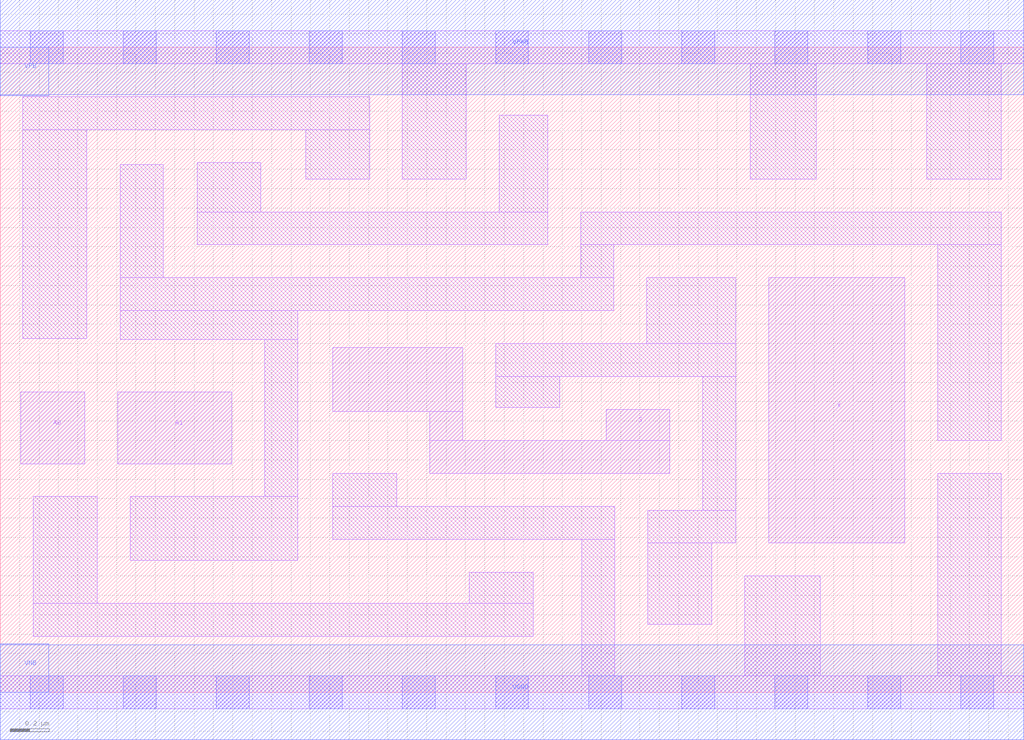
<source format=lef>
# Copyright 2020 The SkyWater PDK Authors
#
# Licensed under the Apache License, Version 2.0 (the "License");
# you may not use this file except in compliance with the License.
# You may obtain a copy of the License at
#
#     https://www.apache.org/licenses/LICENSE-2.0
#
# Unless required by applicable law or agreed to in writing, software
# distributed under the License is distributed on an "AS IS" BASIS,
# WITHOUT WARRANTIES OR CONDITIONS OF ANY KIND, either express or implied.
# See the License for the specific language governing permissions and
# limitations under the License.
#
# SPDX-License-Identifier: Apache-2.0

VERSION 5.5 ;
NAMESCASESENSITIVE ON ;
BUSBITCHARS "[]" ;
DIVIDERCHAR "/" ;
MACRO sky130_fd_sc_ms__mux2_2
  CLASS CORE ;
  SOURCE USER ;
  ORIGIN  0.000000  0.000000 ;
  SIZE  5.280000 BY  3.330000 ;
  SYMMETRY X Y ;
  SITE unit ;
  PIN A0
    ANTENNAGATEAREA  0.261000 ;
    DIRECTION INPUT ;
    USE SIGNAL ;
    PORT
      LAYER li1 ;
        RECT 0.105000 1.180000 0.435000 1.550000 ;
    END
  END A0
  PIN A1
    ANTENNAGATEAREA  0.261000 ;
    DIRECTION INPUT ;
    USE SIGNAL ;
    PORT
      LAYER li1 ;
        RECT 0.605000 1.180000 1.195000 1.550000 ;
    END
  END A1
  PIN S
    ANTENNAGATEAREA  0.470000 ;
    DIRECTION INPUT ;
    USE SIGNAL ;
    PORT
      LAYER li1 ;
        RECT 1.715000 1.450000 2.385000 1.780000 ;
        RECT 2.215000 1.130000 3.455000 1.300000 ;
        RECT 2.215000 1.300000 2.385000 1.450000 ;
        RECT 3.125000 1.300000 3.455000 1.460000 ;
    END
  END S
  PIN X
    ANTENNADIFFAREA  0.543200 ;
    DIRECTION OUTPUT ;
    USE SIGNAL ;
    PORT
      LAYER li1 ;
        RECT 3.965000 0.770000 4.665000 2.140000 ;
    END
  END X
  PIN VGND
    DIRECTION INOUT ;
    USE GROUND ;
    PORT
      LAYER met1 ;
        RECT 0.000000 -0.245000 5.280000 0.245000 ;
    END
  END VGND
  PIN VNB
    DIRECTION INOUT ;
    USE GROUND ;
    PORT
      LAYER met1 ;
        RECT 0.000000 0.000000 0.250000 0.250000 ;
    END
  END VNB
  PIN VPB
    DIRECTION INOUT ;
    USE POWER ;
    PORT
      LAYER met1 ;
        RECT 0.000000 3.080000 0.250000 3.330000 ;
    END
  END VPB
  PIN VPWR
    DIRECTION INOUT ;
    USE POWER ;
    PORT
      LAYER met1 ;
        RECT 0.000000 3.085000 5.280000 3.575000 ;
    END
  END VPWR
  OBS
    LAYER li1 ;
      RECT 0.000000 -0.085000 5.280000 0.085000 ;
      RECT 0.000000  3.245000 5.280000 3.415000 ;
      RECT 0.115000  1.825000 0.445000 2.905000 ;
      RECT 0.115000  2.905000 1.905000 3.075000 ;
      RECT 0.170000  0.290000 2.750000 0.460000 ;
      RECT 0.170000  0.460000 0.500000 1.010000 ;
      RECT 0.620000  1.820000 1.535000 1.970000 ;
      RECT 0.620000  1.970000 3.165000 2.140000 ;
      RECT 0.620000  2.140000 0.840000 2.725000 ;
      RECT 0.670000  0.680000 1.535000 1.010000 ;
      RECT 1.015000  2.310000 2.825000 2.480000 ;
      RECT 1.015000  2.480000 1.345000 2.735000 ;
      RECT 1.365000  1.010000 1.535000 1.820000 ;
      RECT 1.575000  2.650000 1.905000 2.905000 ;
      RECT 1.715000  0.790000 3.170000 0.960000 ;
      RECT 1.715000  0.960000 2.045000 1.130000 ;
      RECT 2.075000  2.650000 2.405000 3.245000 ;
      RECT 2.420000  0.460000 2.750000 0.620000 ;
      RECT 2.555000  1.470000 2.885000 1.630000 ;
      RECT 2.555000  1.630000 3.795000 1.800000 ;
      RECT 2.575000  2.480000 2.825000 2.980000 ;
      RECT 2.995000  2.140000 3.165000 2.310000 ;
      RECT 2.995000  2.310000 5.165000 2.480000 ;
      RECT 3.000000  0.085000 3.170000 0.790000 ;
      RECT 3.335000  1.800000 3.795000 2.140000 ;
      RECT 3.340000  0.350000 3.670000 0.770000 ;
      RECT 3.340000  0.770000 3.795000 0.940000 ;
      RECT 3.625000  0.940000 3.795000 1.630000 ;
      RECT 3.840000  0.085000 4.230000 0.600000 ;
      RECT 3.870000  2.650000 4.210000 3.245000 ;
      RECT 4.780000  2.650000 5.165000 3.245000 ;
      RECT 4.835000  0.085000 5.165000 1.130000 ;
      RECT 4.835000  1.300000 5.165000 2.310000 ;
    LAYER mcon ;
      RECT 0.155000 -0.085000 0.325000 0.085000 ;
      RECT 0.155000  3.245000 0.325000 3.415000 ;
      RECT 0.635000 -0.085000 0.805000 0.085000 ;
      RECT 0.635000  3.245000 0.805000 3.415000 ;
      RECT 1.115000 -0.085000 1.285000 0.085000 ;
      RECT 1.115000  3.245000 1.285000 3.415000 ;
      RECT 1.595000 -0.085000 1.765000 0.085000 ;
      RECT 1.595000  3.245000 1.765000 3.415000 ;
      RECT 2.075000 -0.085000 2.245000 0.085000 ;
      RECT 2.075000  3.245000 2.245000 3.415000 ;
      RECT 2.555000 -0.085000 2.725000 0.085000 ;
      RECT 2.555000  3.245000 2.725000 3.415000 ;
      RECT 3.035000 -0.085000 3.205000 0.085000 ;
      RECT 3.035000  3.245000 3.205000 3.415000 ;
      RECT 3.515000 -0.085000 3.685000 0.085000 ;
      RECT 3.515000  3.245000 3.685000 3.415000 ;
      RECT 3.995000 -0.085000 4.165000 0.085000 ;
      RECT 3.995000  3.245000 4.165000 3.415000 ;
      RECT 4.475000 -0.085000 4.645000 0.085000 ;
      RECT 4.475000  3.245000 4.645000 3.415000 ;
      RECT 4.955000 -0.085000 5.125000 0.085000 ;
      RECT 4.955000  3.245000 5.125000 3.415000 ;
  END
END sky130_fd_sc_ms__mux2_2

</source>
